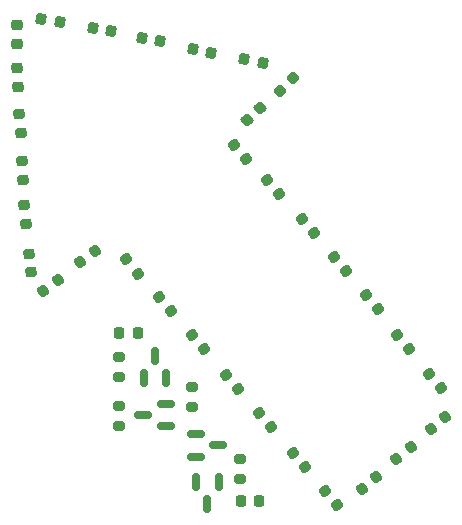
<source format=gbr>
%TF.GenerationSoftware,KiCad,Pcbnew,8.0.5*%
%TF.CreationDate,2024-10-10T15:52:27-04:00*%
%TF.ProjectId,MovieMarqueeSAO,4d6f7669-654d-4617-9271-75656553414f,rev?*%
%TF.SameCoordinates,Original*%
%TF.FileFunction,Paste,Top*%
%TF.FilePolarity,Positive*%
%FSLAX46Y46*%
G04 Gerber Fmt 4.6, Leading zero omitted, Abs format (unit mm)*
G04 Created by KiCad (PCBNEW 8.0.5) date 2024-10-10 15:52:27*
%MOMM*%
%LPD*%
G01*
G04 APERTURE LIST*
G04 Aperture macros list*
%AMRoundRect*
0 Rectangle with rounded corners*
0 $1 Rounding radius*
0 $2 $3 $4 $5 $6 $7 $8 $9 X,Y pos of 4 corners*
0 Add a 4 corners polygon primitive as box body*
4,1,4,$2,$3,$4,$5,$6,$7,$8,$9,$2,$3,0*
0 Add four circle primitives for the rounded corners*
1,1,$1+$1,$2,$3*
1,1,$1+$1,$4,$5*
1,1,$1+$1,$6,$7*
1,1,$1+$1,$8,$9*
0 Add four rect primitives between the rounded corners*
20,1,$1+$1,$2,$3,$4,$5,0*
20,1,$1+$1,$4,$5,$6,$7,0*
20,1,$1+$1,$6,$7,$8,$9,0*
20,1,$1+$1,$8,$9,$2,$3,0*%
G04 Aperture macros list end*
%ADD10RoundRect,0.218750X-0.002858X-0.336909X0.332287X-0.055689X0.002858X0.336909X-0.332287X0.055689X0*%
%ADD11RoundRect,0.218750X0.002858X0.336909X-0.332287X0.055689X-0.002858X-0.336909X0.332287X-0.055689X0*%
%ADD12RoundRect,0.218750X-0.336909X0.002858X-0.055689X-0.332287X0.336909X-0.002858X0.055689X0.332287X0*%
%ADD13RoundRect,0.200000X0.275000X-0.200000X0.275000X0.200000X-0.275000X0.200000X-0.275000X-0.200000X0*%
%ADD14RoundRect,0.200000X-0.275000X0.200000X-0.275000X-0.200000X0.275000X-0.200000X0.275000X0.200000X0*%
%ADD15RoundRect,0.150000X-0.150000X0.587500X-0.150000X-0.587500X0.150000X-0.587500X0.150000X0.587500X0*%
%ADD16RoundRect,0.150000X-0.587500X-0.150000X0.587500X-0.150000X0.587500X0.150000X-0.587500X0.150000X0*%
%ADD17RoundRect,0.150000X0.587500X0.150000X-0.587500X0.150000X-0.587500X-0.150000X0.587500X-0.150000X0*%
%ADD18RoundRect,0.218750X0.336909X-0.002858X0.055689X0.332287X-0.336909X0.002858X-0.055689X-0.332287X0*%
%ADD19RoundRect,0.218750X0.008902X-0.336803X0.334028X-0.044059X-0.008902X0.336803X-0.334028X0.044059X0*%
%ADD20RoundRect,0.218750X-0.026517X0.335876X-0.335876X0.026517X0.026517X-0.335876X0.335876X-0.026517X0*%
%ADD21RoundRect,0.218750X0.263626X0.209802X-0.165836X0.293281X-0.263626X-0.209802X0.165836X-0.293281X0*%
%ADD22RoundRect,0.218750X-0.263626X-0.209802X0.165836X-0.293281X0.263626X0.209802X-0.165836X0.293281X0*%
%ADD23RoundRect,0.218750X0.259924X0.214371X-0.170929X0.290343X-0.259924X-0.214371X0.170929X-0.290343X0*%
%ADD24RoundRect,0.218750X-0.259924X-0.214371X0.170929X-0.290343X0.259924X0.214371X-0.170929X0.290343X0*%
%ADD25RoundRect,0.218750X0.252393X-0.223189X0.260029X0.214245X-0.252393X0.223189X-0.260029X-0.214245X0*%
%ADD26RoundRect,0.218750X-0.267347X0.205039X-0.244450X-0.231861X0.267347X-0.205039X0.244450X0.231861X0*%
%ADD27RoundRect,0.218750X0.270885X-0.200342X0.240367X0.236092X-0.270885X0.200342X-0.240367X-0.236092X0*%
%ADD28RoundRect,0.218750X-0.270885X0.200342X-0.240367X-0.236092X0.270885X-0.200342X0.240367X0.236092X0*%
%ADD29RoundRect,0.218750X-0.280999X0.185890X-0.227681X-0.248348X0.280999X-0.185890X0.227681X0.248348X0*%
%ADD30RoundRect,0.218750X0.026352X0.335889X-0.327592X0.078733X-0.026352X-0.335889X0.327592X-0.078733X0*%
%ADD31RoundRect,0.218750X-0.020486X-0.336297X0.328917X-0.073003X0.020486X0.336297X-0.328917X0.073003X0*%
%ADD32RoundRect,0.225000X-0.225000X-0.250000X0.225000X-0.250000X0.225000X0.250000X-0.225000X0.250000X0*%
%ADD33RoundRect,0.225000X0.225000X0.250000X-0.225000X0.250000X-0.225000X-0.250000X0.225000X-0.250000X0*%
%ADD34RoundRect,0.150000X0.150000X-0.587500X0.150000X0.587500X-0.150000X0.587500X-0.150000X-0.587500X0*%
G04 APERTURE END LIST*
D10*
%TO.C,D32*%
X158200000Y-115300000D03*
X156993482Y-116312390D03*
%TD*%
D11*
%TO.C,D31*%
X161103259Y-112793805D03*
X159896741Y-113806195D03*
%TD*%
D10*
%TO.C,D30*%
X162800000Y-111300000D03*
X164006518Y-110287610D03*
%TD*%
D12*
%TO.C,D29*%
X162687610Y-106593482D03*
X163700000Y-107800000D03*
%TD*%
D13*
%TO.C,R4*%
X136400000Y-106850000D03*
X136400000Y-105200000D03*
%TD*%
D14*
%TO.C,R3*%
X142600000Y-107750000D03*
X142600000Y-109400000D03*
%TD*%
%TO.C,R2*%
X136400000Y-109350000D03*
X136400000Y-111000000D03*
%TD*%
D13*
%TO.C,R1*%
X146700000Y-115500000D03*
X146700000Y-113850000D03*
%TD*%
D15*
%TO.C,Q4*%
X143900000Y-117600000D03*
X142950000Y-115725000D03*
X144850000Y-115725000D03*
%TD*%
D16*
%TO.C,Q2*%
X142925000Y-111700000D03*
X142925000Y-113600000D03*
X144800000Y-112650000D03*
%TD*%
D17*
%TO.C,Q1*%
X140362500Y-111037500D03*
X140362500Y-109137500D03*
X138487500Y-110087500D03*
%TD*%
D18*
%TO.C,D28*%
X161000000Y-104500000D03*
X159987610Y-103293482D03*
%TD*%
D12*
%TO.C,D27*%
X157293805Y-99896741D03*
X158306195Y-101103259D03*
%TD*%
D18*
%TO.C,D26*%
X155600000Y-97900000D03*
X154587610Y-96693482D03*
%TD*%
D12*
%TO.C,D25*%
X151887610Y-93493482D03*
X152900000Y-94700000D03*
%TD*%
D18*
%TO.C,D24*%
X150000000Y-91400000D03*
X148987610Y-90193482D03*
%TD*%
D12*
%TO.C,D23*%
X146193805Y-87196741D03*
X147206195Y-88403259D03*
%TD*%
D19*
%TO.C,D22*%
X148385227Y-84073063D03*
X147214773Y-85126937D03*
%TD*%
D20*
%TO.C,D21*%
X151156844Y-81543151D03*
X150043156Y-82656849D03*
%TD*%
D21*
%TO.C,D20*%
X148573031Y-80250262D03*
X147026969Y-79949738D03*
%TD*%
D22*
%TO.C,D19*%
X142653938Y-79099476D03*
X144200000Y-79400000D03*
%TD*%
D23*
%TO.C,D18*%
X139875536Y-78400000D03*
X138324464Y-78126504D03*
%TD*%
D24*
%TO.C,D17*%
X134200000Y-77300000D03*
X135751072Y-77573496D03*
%TD*%
D23*
%TO.C,D16*%
X131400000Y-76800000D03*
X129848926Y-76526504D03*
%TD*%
D25*
%TO.C,D15*%
X127772510Y-78674760D03*
X127800000Y-77100000D03*
%TD*%
D26*
%TO.C,D14*%
X127841214Y-82272840D03*
X127758786Y-80700000D03*
%TD*%
D27*
%TO.C,D13*%
X128100000Y-86171162D03*
X127990134Y-84600000D03*
%TD*%
D28*
%TO.C,D12*%
X128200000Y-88600000D03*
X128309866Y-90171162D03*
%TD*%
D27*
%TO.C,D11*%
X128509866Y-93871162D03*
X128400000Y-92300000D03*
%TD*%
D29*
%TO.C,D10*%
X128995972Y-97981630D03*
X128804028Y-96418370D03*
%TD*%
D30*
%TO.C,D9*%
X131274200Y-98674236D03*
X130000000Y-99600000D03*
%TD*%
D31*
%TO.C,D8*%
X133142152Y-97147860D03*
X134400000Y-96200000D03*
%TD*%
D18*
%TO.C,D7*%
X136993805Y-96896740D03*
X138006195Y-98103260D03*
%TD*%
D12*
%TO.C,D6*%
X139787610Y-100093480D03*
X140800000Y-101300000D03*
%TD*%
D18*
%TO.C,D5*%
X143600000Y-104500000D03*
X142587610Y-103293480D03*
%TD*%
D12*
%TO.C,D4*%
X145487610Y-106693480D03*
X146500000Y-107900000D03*
%TD*%
D18*
%TO.C,D3*%
X149300000Y-111100000D03*
X148287610Y-109893480D03*
%TD*%
D12*
%TO.C,D2*%
X152200000Y-114500000D03*
X151187610Y-113293480D03*
%TD*%
D18*
%TO.C,D1*%
X154906195Y-117703260D03*
X153893805Y-116496740D03*
%TD*%
D32*
%TO.C,C2*%
X148274996Y-117399999D03*
X146725004Y-117400001D03*
%TD*%
D33*
%TO.C,C1*%
X138000000Y-103100000D03*
X136450000Y-103100000D03*
%TD*%
D34*
%TO.C,Q3*%
X138500000Y-106975000D03*
X140400000Y-106975000D03*
X139450000Y-105100000D03*
%TD*%
M02*

</source>
